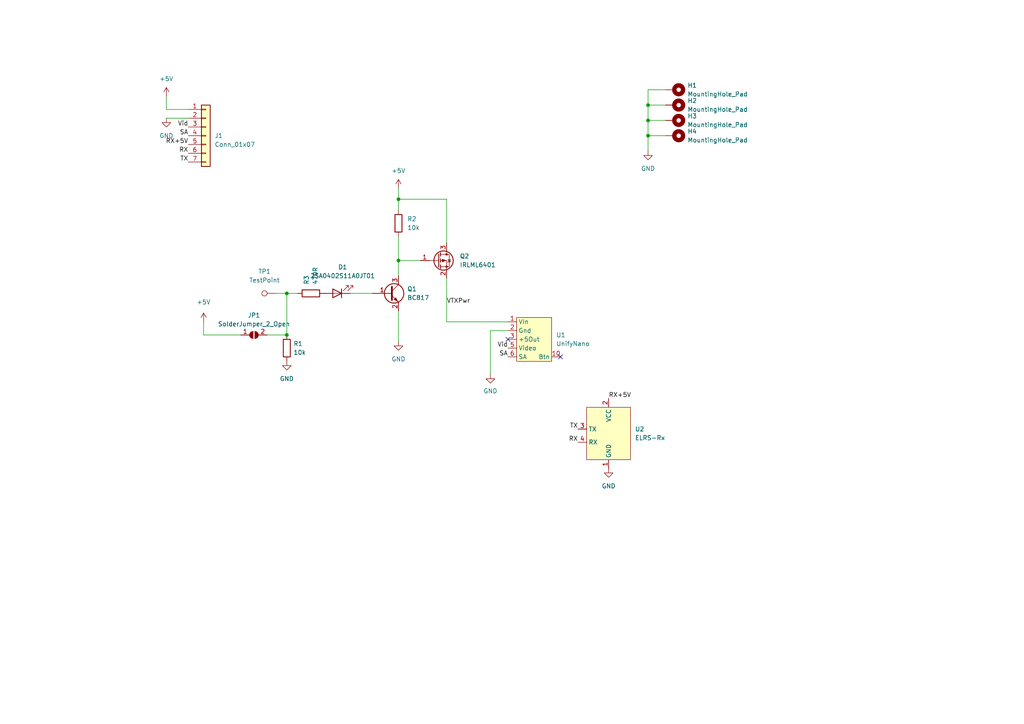
<source format=kicad_sch>
(kicad_sch (version 20211123) (generator eeschema)
  (paper "A4")
  (lib_symbols
    (symbol "Connector:TestPoint" (pin_numbers hide) (pin_names (offset 0.762) hide)
      (property "Reference" "TP" (at 0 6.858 0))
      (property "Value" "TestPoint" (at 0 5.08 0))
      (symbol "TestPoint_0_1"
        (circle (center 0 3.302) (radius 0.762))
      )
      (symbol "TestPoint_1_1"
        (pin passive line (at 0 0 90) (length 2.54) (name "1") (number "1"))
      )
    )
    (symbol "Connector_Generic:Conn_01x07" (pin_names (offset 1.016) hide)
      (property "Reference" "J" (at 0 10.16 0))
      (property "Value" "Conn_01x07" (at 0 -10.16 0))
      (symbol "Conn_01x07_1_1"
        (rectangle (start -1.27 -7.493) (end 0 -7.747) (stroke (width 0.1524)))
        (rectangle (start -1.27 -4.953) (end 0 -5.207) (stroke (width 0.1524)))
        (rectangle (start -1.27 -2.413) (end 0 -2.667) (stroke (width 0.1524)))
        (rectangle (start -1.27 0.127) (end 0 -0.127) (stroke (width 0.1524)))
        (rectangle (start -1.27 2.667) (end 0 2.413) (stroke (width 0.1524)))
        (rectangle (start -1.27 5.207) (end 0 4.953) (stroke (width 0.1524)))
        (rectangle (start -1.27 7.747) (end 0 7.493) (stroke (width 0.1524)))
        (rectangle (start -1.27 8.89) (end 1.27 -8.89) (stroke (width 0.254)) (fill (type background)))
        (pin passive line (at -5.08 7.62 0) (length 3.81) (name "Pin_1") (number "1"))
        (pin passive line (at -5.08 5.08 0) (length 3.81) (name "Pin_2") (number "2"))
        (pin passive line (at -5.08 2.54 0) (length 3.81) (name "Pin_3") (number "3"))
        (pin passive line (at -5.08 0 0) (length 3.81) (name "Pin_4") (number "4"))
        (pin passive line (at -5.08 -2.54 0) (length 3.81) (name "Pin_5") (number "5"))
        (pin passive line (at -5.08 -5.08 0) (length 3.81) (name "Pin_6") (number "6"))
        (pin passive line (at -5.08 -7.62 0) (length 3.81) (name "Pin_7") (number "7"))
      )
    )
    (symbol "Device:LED" (pin_numbers hide) (pin_names (offset 1.016) hide)
      (property "Reference" "D" (at 0 2.54 0))
      (property "Value" "LED" (at 0 -2.54 0))
      (symbol "LED_0_1"
        (polyline (pts (xy -1.27 -1.27) (xy -1.27 1.27)) (stroke (width 0.254)))
        (polyline (pts (xy -1.27 0) (xy 1.27 0)))
        (polyline (pts (xy 1.27 -1.27) (xy 1.27 1.27) (xy -1.27 0) (xy 1.27 -1.27)) (stroke (width 0.254)))
        (polyline (pts (xy -3.048 -0.762) (xy -4.572 -2.286) (xy -3.81 -2.286) (xy -4.572 -2.286) (xy -4.572 -1.524)))
        (polyline (pts (xy -1.778 -0.762) (xy -3.302 -2.286) (xy -2.54 -2.286) (xy -3.302 -2.286) (xy -3.302 -1.524)))
      )
      (symbol "LED_1_1"
        (pin passive line (at -3.81 0 0) (length 2.54) (name "K") (number "1"))
        (pin passive line (at 3.81 0 180) (length 2.54) (name "A") (number "2"))
      )
    )
    (symbol "Device:R" (pin_numbers hide) (pin_names (offset 0))
      (property "Reference" "R" (at 2.032 0 90))
      (property "Value" "R" (at 0 0 90))
      (symbol "R_0_1"
        (rectangle (start -1.016 -2.54) (end 1.016 2.54) (stroke (width 0.254)))
      )
      (symbol "R_1_1"
        (pin passive line (at 0 3.81 270) (length 1.27) (name "~") (number "1"))
        (pin passive line (at 0 -3.81 90) (length 1.27) (name "~") (number "2"))
      )
    )
    (symbol "Jumper:SolderJumper_2_Open" (pin_names (offset 0) hide)
      (property "Reference" "JP" (at 0 2.032 0))
      (property "Value" "SolderJumper_2_Open" (at 0 -2.54 0))
      (symbol "SolderJumper_2_Open_0_1"
        (arc (start -0.254 1.016) (mid -1.27 0) (end -0.254 -1.016))
        (arc (start -0.254 1.016) (mid -1.27 0) (end -0.254 -1.016) (fill (type outline)))
        (polyline (pts (xy -0.254 1.016) (xy -0.254 -1.016)))
        (polyline (pts (xy 0.254 1.016) (xy 0.254 -1.016)))
        (arc (start 0.254 -1.016) (mid 1.27 0) (end 0.254 1.016))
        (arc (start 0.254 -1.016) (mid 1.27 0) (end 0.254 1.016) (fill (type outline)))
      )
      (symbol "SolderJumper_2_Open_1_1"
        (pin passive line (at -3.81 0 0) (length 2.54) (name "A") (number "1"))
        (pin passive line (at 3.81 0 180) (length 2.54) (name "B") (number "2"))
      )
    )
    (symbol "Mechanical:MountingHole_Pad" (pin_numbers hide) (pin_names (offset 1.016) hide)
      (property "Reference" "H" (at 0 6.35 0))
      (property "Value" "MountingHole_Pad" (at 0 4.445 0))
      (symbol "MountingHole_Pad_0_1"
        (circle (center 0 1.27) (radius 1.27) (stroke (width 1.27)))
      )
      (symbol "MountingHole_Pad_1_1"
        (pin input line (at 0 -2.54 90) (length 2.54) (name "1") (number "1"))
      )
    )
    (symbol "PitMount:ELRS-Rx" (in_bom no)
      (property "Reference" "U" (at 17.78 -8.89 0))
      (property "Value" "ELRS-Rx" (at 17.78 -6.35 0))
      (symbol "ELRS-Rx_0_1"
        (polyline (pts (xy 0 0) (xy 12.7 0) (xy 12.7 -15.24) (xy 0 -15.24) (xy 0 0)) (fill (type background)))
        (rectangle (start 2.54 -6.35) (end 2.54 -6.35))
      )
      (symbol "ELRS-Rx_1_1"
        (pin input line (at 6.35 -17.78 90) (length 2.54) (name "GND") (number "1"))
        (pin input line (at 6.35 2.54 270) (length 2.54) (name "VCC") (number "2"))
        (pin input line (at -2.54 -6.35 0) (length 2.54) (name "TX") (number "3"))
        (pin input line (at -2.54 -10.16 0) (length 2.54) (name "RX") (number "4"))
      )
    )
    (symbol "PitMount:UnifyNano"
      (property "Reference" "U" (at 0 7.62 0))
      (property "Value" "UnifyNano" (at 0 10.16 0))
      (symbol "UnifyNano_0_1"
        (rectangle (start -5.08 6.35) (end 5.08 -6.35) (fill (type background)))
      )
      (symbol "UnifyNano_1_1"
        (pin input line (at -7.62 5.08 0) (length 2.54) (name "VIn") (number "1"))
        (pin input line (at 7.62 -5.08 180) (length 2.54) (name "Btn") (number "10"))
        (pin input line (at -7.62 2.54 0) (length 2.54) (name "Gnd") (number "2"))
        (pin output line (at -7.62 0 0) (length 2.54) (name "+5Out") (number "3"))
        (pin input line (at -7.62 2.54 0) (length 2.54) hide (name "Gnd") (number "4"))
        (pin input line (at -7.62 -2.54 0) (length 2.54) (name "Video") (number "5"))
        (pin input line (at -7.62 -5.08 0) (length 2.54) (name "SA") (number "6"))
        (pin input line (at -7.62 2.54 0) (length 2.54) hide (name "Gnd") (number "7"))
        (pin input line (at -7.62 2.54 0) (length 2.54) hide (name "Gnd") (number "8"))
        (pin input line (at -7.62 2.54 0) (length 2.54) hide (name "Gnd") (number "9"))
      )
    )
    (symbol "Transistor_BJT:BC817" (pin_names (offset 0) hide)
      (property "Reference" "Q" (at 5.08 1.905 0))
      (property "Value" "BC817" (at 5.08 0 0))
      (symbol "BC817_0_1"
        (polyline (pts (xy 0.635 0.635) (xy 2.54 2.54)))
        (polyline (pts (xy 0.635 -0.635) (xy 2.54 -2.54) (xy 2.54 -2.54)))
        (polyline (pts (xy 0.635 1.905) (xy 0.635 -1.905) (xy 0.635 -1.905)) (stroke (width 0.508)))
        (polyline (pts (xy 1.27 -1.778) (xy 1.778 -1.27) (xy 2.286 -2.286) (xy 1.27 -1.778) (xy 1.27 -1.778)) (fill (type outline)))
        (circle (center 1.27 0) (radius 2.8194) (stroke (width 0.254)))
      )
      (symbol "BC817_1_1"
        (pin input line (at -5.08 0 0) (length 5.715) (name "B") (number "1"))
        (pin passive line (at 2.54 -5.08 90) (length 2.54) (name "E") (number "2"))
        (pin passive line (at 2.54 5.08 270) (length 2.54) (name "C") (number "3"))
      )
    )
    (symbol "Transistor_FET:IRLML6401" (pin_names hide)
      (property "Reference" "Q" (at 5.08 1.905 0))
      (property "Value" "IRLML6401" (at 5.08 0 0))
      (symbol "IRLML6401_0_1"
        (polyline (pts (xy 0.254 0) (xy -2.54 0)))
        (polyline (pts (xy 0.254 1.905) (xy 0.254 -1.905)) (stroke (width 0.254)))
        (polyline (pts (xy 0.762 -1.27) (xy 0.762 -2.286)) (stroke (width 0.254)))
        (polyline (pts (xy 0.762 0.508) (xy 0.762 -0.508)) (stroke (width 0.254)))
        (polyline (pts (xy 0.762 2.286) (xy 0.762 1.27)) (stroke (width 0.254)))
        (polyline (pts (xy 2.54 2.54) (xy 2.54 1.778)))
        (polyline (pts (xy 2.54 -2.54) (xy 2.54 0) (xy 0.762 0)))
        (polyline (pts (xy 0.762 1.778) (xy 3.302 1.778) (xy 3.302 -1.778) (xy 0.762 -1.778)))
        (polyline (pts (xy 2.286 0) (xy 1.27 0.381) (xy 1.27 -0.381) (xy 2.286 0)) (fill (type outline)))
        (polyline (pts (xy 2.794 -0.508) (xy 2.921 -0.381) (xy 3.683 -0.381) (xy 3.81 -0.254)))
        (polyline (pts (xy 3.302 -0.381) (xy 2.921 0.254) (xy 3.683 0.254) (xy 3.302 -0.381)))
        (circle (center 1.651 0) (radius 2.794) (stroke (width 0.254)))
        (circle (center 2.54 -1.778) (radius 0.254) (fill (type outline)))
        (circle (center 2.54 1.778) (radius 0.254) (fill (type outline)))
      )
      (symbol "IRLML6401_1_1"
        (pin input line (at -5.08 0 0) (length 2.54) (name "G") (number "1"))
        (pin passive line (at 2.54 -5.08 90) (length 2.54) (name "S") (number "2"))
        (pin passive line (at 2.54 5.08 270) (length 2.54) (name "D") (number "3"))
      )
    )
    (symbol "power:+5V" (power) (pin_names (offset 0))
      (property "Value" "+5V" (at 0 3.556 0))
      (symbol "+5V_0_1"
        (polyline (pts (xy -0.762 1.27) (xy 0 2.54)))
        (polyline (pts (xy 0 0) (xy 0 2.54)))
        (polyline (pts (xy 0 2.54) (xy 0.762 1.27)))
      )
      (symbol "+5V_1_1"
        (pin power_in line (at 0 0 90) (length 0) hide (name "+5V") (number "1"))
      )
    )
    (symbol "power:GND" (power) (pin_names (offset 0))
      (property "Value" "GND" (at 0 -3.81 0))
      (symbol "GND_0_1"
        (polyline (pts (xy 0 0) (xy 0 -1.27) (xy 1.27 -1.27) (xy 0 -2.54) (xy -1.27 -1.27) (xy 0 -1.27)))
      )
      (symbol "GND_1_1"
        (pin power_in line (at 0 0 270) (length 0) hide (name "GND") (number "1"))
      )
    )
  )
  (junction (at 187.96 30.48))
  (junction (at 115.57 75.565))
  (junction (at 83.185 85.09))
  (junction (at 83.185 97.155))
  (junction (at 187.96 39.37))
  (junction (at 115.57 57.785))
  (junction (at 187.96 34.925))
  (no_connect (at 147.32 98.425))
  (no_connect (at 162.56 103.505))
  (wire (pts (xy 48.26 31.75) (xy 48.26 27.94)))
  (wire (pts (xy 129.54 70.485) (xy 129.54 57.785)))
  (wire (pts (xy 193.04 26.035) (xy 187.96 26.035)))
  (wire (pts (xy 187.96 34.925) (xy 193.04 34.925)))
  (wire (pts (xy 115.57 75.565) (xy 115.57 80.01)))
  (wire (pts (xy 115.57 90.17) (xy 115.57 99.06)))
  (wire (pts (xy 69.85 97.155) (xy 59.055 97.155)))
  (wire (pts (xy 83.185 85.09) (xy 86.36 85.09)))
  (wire (pts (xy 142.24 95.885) (xy 142.24 108.585)))
  (wire (pts (xy 187.96 34.925) (xy 187.96 39.37)))
  (wire (pts (xy 187.96 39.37) (xy 193.04 39.37)))
  (wire (pts (xy 129.54 57.785) (xy 115.57 57.785)))
  (wire (pts (xy 129.54 93.345) (xy 147.32 93.345)))
  (wire (pts (xy 129.54 80.645) (xy 129.54 93.345)))
  (wire (pts (xy 59.055 97.155) (xy 59.055 93.345)))
  (wire (pts (xy 115.57 68.58) (xy 115.57 75.565)))
  (wire (pts (xy 115.57 75.565) (xy 121.92 75.565)))
  (wire (pts (xy 187.96 30.48) (xy 193.04 30.48)))
  (wire (pts (xy 115.57 57.785) (xy 115.57 60.96)))
  (wire (pts (xy 187.96 30.48) (xy 187.96 34.925)))
  (wire (pts (xy 80.01 85.09) (xy 83.185 85.09)))
  (wire (pts (xy 54.61 31.75) (xy 48.26 31.75)))
  (wire (pts (xy 115.57 57.785) (xy 115.57 54.61)))
  (wire (pts (xy 83.185 97.155) (xy 83.185 85.09)))
  (wire (pts (xy 101.6 85.09) (xy 107.95 85.09)))
  (wire (pts (xy 187.96 26.035) (xy 187.96 30.48)))
  (wire (pts (xy 187.96 39.37) (xy 187.96 43.815)))
  (wire (pts (xy 147.32 95.885) (xy 142.24 95.885)))
  (wire (pts (xy 48.26 34.29) (xy 54.61 34.29)))
  (wire (pts (xy 77.47 97.155) (xy 83.185 97.155)))
  (label "RX+5V" (at 54.61 41.91 180))
  (label "RX" (at 54.61 44.45 180))
  (label "TX" (at 54.61 46.99 180))
  (label "TX" (at 167.64 124.46 180))
  (label "VTXPwr" (at 129.54 88.265 0))
  (label "SA" (at 147.32 103.505 180))
  (label "Vid" (at 54.61 36.83 180))
  (label "RX" (at 167.64 128.27 180))
  (label "RX+5V" (at 176.53 115.57 0))
  (label "SA" (at 54.61 39.37 180))
  (label "Vid" (at 147.32 100.965 180))
  (symbol (lib_id "Device:R") (at 90.17 85.09 90) (unit 1)
    (property "Reference" "R3" (at 88.8999 82.55 0) (effects (justify left)))
    (property "Value" "470R" (at 91.4399 82.55 0) (effects (justify left)))
    (property "Footprint" "Resistor_SMD:R_0402_1005Metric" (effects hide))
    (property "Datasheet" "https://datasheet.lcsc.com/lcsc/1810261420_YAGEO-RC0402FR-07470RL_C114877.pdf" (effects hide))
    (property "LCSC" "C3015779" (effects hide))
  )
  (symbol (lib_id "power:+5V") (at 48.26 27.94 0) (unit 1)
    (property "Reference" "#PWR0104" (effects hide))
    (property "Value" "+5V" (at 48.26 22.86 0))
  )
  (symbol (lib_id "Connector:TestPoint") (at 80.01 85.09 90) (unit 1) (in_bom no)
    (property "Reference" "TP1" (at 76.708 78.74 90))
    (property "Value" "TestPoint" (at 76.708 81.28 90))
    (property "Footprint" "TestPoint:TestPoint_Pad_1.5x1.5mm" (effects hide))
  )
  (symbol (lib_id "Device:LED") (at 97.79 85.09 180) (unit 1)
    (property "Reference" "D1" (at 99.3775 77.47 0))
    (property "Value" "2SA0402S11A0JT01" (at 99.3775 80.01 0))
    (property "Footprint" "LED_SMD:LED_0402_1005Metric" (effects hide))
    (property "Datasheet" "https://datasheet.lcsc.com/lcsc/1808291043_Brightek-Optoelectronics-2SA0402S11A0JT01_C233194.pdf" (effects hide))
    (property "LCSC" "C233194" (effects hide))
  )
  (symbol (lib_id "power:GND") (at 83.185 104.775 0) (unit 1)
    (property "Reference" "#PWR03" (effects hide))
    (property "Value" "GND" (at 83.185 109.855 0))
  )
  (symbol (lib_id "Mechanical:MountingHole_Pad") (at 195.58 30.48 270) (unit 1)
    (property "Reference" "H2" (at 199.39 29.2099 90) (effects (justify left)))
    (property "Value" "MountingHole_Pad" (at 199.39 31.7499 90) (effects (justify left)))
    (property "Footprint" "PitMount:3.2mm_PTH" (effects hide))
  )
  (symbol (lib_id "Connector_Generic:Conn_01x07") (at 59.69 39.37 0) (unit 1) (in_bom no)
    (property "Reference" "J1" (at 62.23 39.3699 0) (effects (justify left)))
    (property "Value" "Conn_01x07" (at 62.23 41.9099 0) (effects (justify left)))
    (property "Footprint" "PitMount:VTXConn" (effects hide))
  )
  (symbol (lib_id "PitMount:UnifyNano") (at 154.94 98.425 0) (unit 1) (in_bom no)
    (property "Reference" "U1" (at 161.29 97.1549 0) (effects (justify left)))
    (property "Value" "UnifyNano" (at 161.29 99.6949 0) (effects (justify left)))
    (property "Footprint" "PitMount:UnifyNano" (effects hide))
  )
  (symbol (lib_id "power:GND") (at 187.96 43.815 0) (unit 1)
    (property "Reference" "#PWR04" (effects hide))
    (property "Value" "GND" (at 187.96 48.895 0))
  )
  (symbol (lib_id "power:+5V") (at 115.57 54.61 0) (unit 1)
    (property "Reference" "#PWR0101" (effects hide))
    (property "Value" "+5V" (at 115.57 49.53 0))
  )
  (symbol (lib_id "power:+5V") (at 59.055 93.345 0) (unit 1)
    (property "Reference" "#PWR02" (effects hide))
    (property "Value" "+5V" (at 59.055 87.63 0))
  )
  (symbol (lib_id "Mechanical:MountingHole_Pad") (at 195.58 26.035 270) (unit 1)
    (property "Reference" "H1" (at 199.39 24.7649 90) (effects (justify left)))
    (property "Value" "MountingHole_Pad" (at 199.39 27.3049 90) (effects (justify left)))
    (property "Footprint" "PitMount:3.2mm_PTH" (effects hide))
  )
  (symbol (lib_id "power:GND") (at 142.24 108.585 0) (unit 1)
    (property "Reference" "#PWR01" (effects hide))
    (property "Value" "GND" (at 142.24 113.411 0))
  )
  (symbol (lib_id "Device:R") (at 83.185 100.965 0) (unit 1)
    (property "Reference" "R1" (at 85.09 99.6949 0) (effects (justify left)))
    (property "Value" "10k" (at 85.09 102.2349 0) (effects (justify left)))
    (property "Footprint" "Resistor_SMD:R_0402_1005Metric" (effects hide))
    (property "Datasheet" "https://datasheet.lcsc.com/lcsc/2206021130_VO-SCR0402F10K_C3015825.pdf" (effects hide))
    (property "LCSC" "C3015825" (effects hide))
  )
  (symbol (lib_id "Device:R") (at 115.57 64.77 0) (unit 1)
    (property "Reference" "R2" (at 118.11 63.4999 0) (effects (justify left)))
    (property "Value" "10k" (at 118.11 66.0399 0) (effects (justify left)))
    (property "Footprint" "Resistor_SMD:R_0402_1005Metric" (effects hide))
    (property "Datasheet" "https://datasheet.lcsc.com/lcsc/2206021130_VO-SCR0402F10K_C3015825.pdf" (effects hide))
    (property "LCSC" "C3015825" (effects hide))
  )
  (symbol (lib_id "Transistor_FET:IRLML6401") (at 127 75.565 0) (unit 1)
    (property "Reference" "Q2" (at 133.35 74.2949 0) (effects (justify left)))
    (property "Value" "IRLML6401" (at 133.35 76.8349 0) (effects (justify left)))
    (property "Footprint" "Package_TO_SOT_SMD:SOT-23" (effects hide))
    (property "Datasheet" "https://datasheet.lcsc.com/lcsc/2005121032_HUASHUO-IRLML6401_C518776.pdf" (effects hide))
    (property "LCSC" "C518776" (effects hide))
  )
  (symbol (lib_id "Jumper:SolderJumper_2_Open") (at 73.66 97.155 0) (unit 1)
    (property "Reference" "JP1" (at 73.66 91.44 0))
    (property "Value" "SolderJumper_2_Open" (at 73.66 93.98 0))
    (property "Footprint" "Jumper:SolderJumper-2_P1.3mm_Open_RoundedPad1.0x1.5mm" (effects hide))
  )
  (symbol (lib_id "power:GND") (at 176.53 135.89 0) (unit 1)
    (property "Reference" "#PWR0105" (effects hide))
    (property "Value" "GND" (at 176.53 140.97 0))
  )
  (symbol (lib_id "PitMount:ELRS-Rx") (at 170.18 118.11 0) (unit 1) (in_bom no)
    (property "Reference" "U2" (at 184.15 124.4599 0) (effects (justify left)))
    (property "Value" "ELRS-Rx" (at 184.15 126.9999 0) (effects (justify left)))
    (property "Footprint" "PitMount:ELRS-Rx" (effects hide))
  )
  (symbol (lib_id "Mechanical:MountingHole_Pad") (at 195.58 34.925 270) (unit 1)
    (property "Reference" "H3" (at 199.39 33.6549 90) (effects (justify left)))
    (property "Value" "MountingHole_Pad" (at 199.39 36.1949 90) (effects (justify left)))
    (property "Footprint" "PitMount:3.2mm_PTH" (effects hide))
  )
  (symbol (lib_id "power:GND") (at 115.57 99.06 0) (unit 1)
    (property "Reference" "#PWR0102" (effects hide))
    (property "Value" "GND" (at 115.57 104.14 0))
  )
  (symbol (lib_id "Mechanical:MountingHole_Pad") (at 195.58 39.37 270) (unit 1)
    (property "Reference" "H4" (at 199.39 38.0999 90) (effects (justify left)))
    (property "Value" "MountingHole_Pad" (at 199.39 40.6399 90) (effects (justify left)))
    (property "Footprint" "PitMount:3.2mm_PTH" (effects hide))
  )
  (symbol (lib_id "power:GND") (at 48.26 34.29 0) (unit 1)
    (property "Reference" "#PWR0103" (effects hide))
    (property "Value" "GND" (at 48.26 39.37 0))
  )
  (symbol (lib_id "Transistor_BJT:BC817") (at 113.03 85.09 0) (unit 1)
    (property "Reference" "Q1" (at 118.11 83.8199 0) (effects (justify left)))
    (property "Value" "BC817" (at 118.11 86.3599 0) (effects (justify left)))
    (property "Footprint" "Package_TO_SOT_SMD:SOT-23" (effects hide))
    (property "Datasheet" "https://datasheet.lcsc.com/lcsc/2001081504_Shikues-BC817_C475629.pdf" (effects hide))
    (property "LCSC" "C475629" (effects hide))
  )
)
</source>
